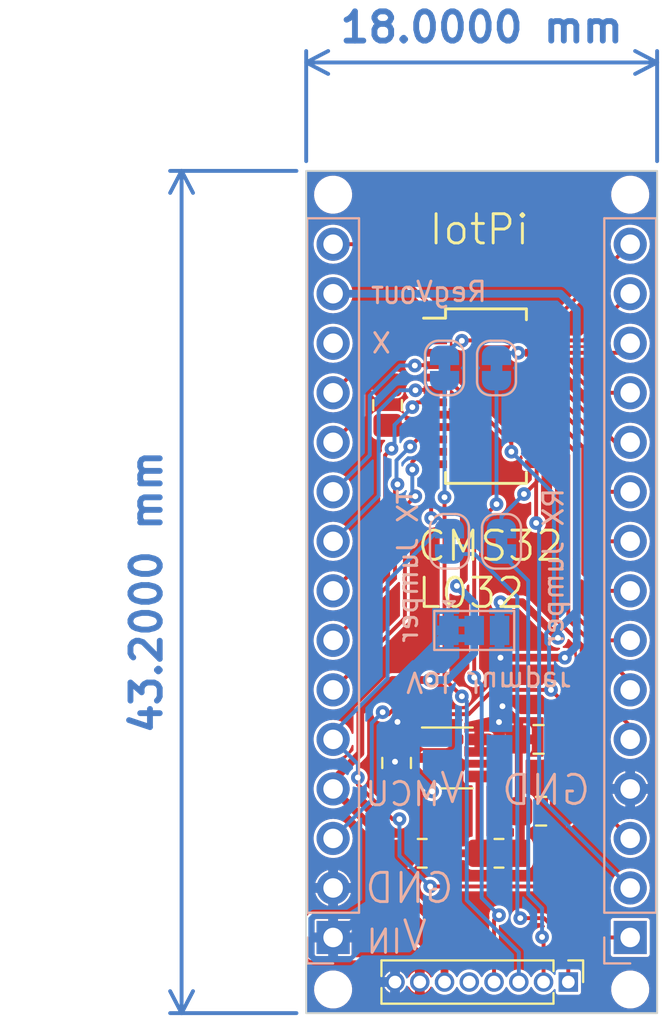
<source format=kicad_pcb>
(kicad_pcb (version 20221018) (generator pcbnew)
  (layers (0 "F.Cu" signal) (31 "B.Cu" signal) (34 "B.Paste" user) (35 "F.Paste" user) (36 "B.SilkS" user "B.Silkscreen") (37 "F.SilkS" user "F.Silkscreen") (38 "B.Mask" user) (39 "F.Mask" user) (44 "Edge.Cuts" user))
  (net 0 "")
  (net 1 "/MCU_V_{IN}")
  (net 2 "GND")
  (net 3 "/V_{IN}")
  (net 4 "Net-(U301-ADJ)")
  (net 5 "/CMS32L032GE24SS/MCU_PIN_1")
  (net 6 "/CMS32L032GE24SS/MCU_PIN_2")
  (net 7 "/CMS32L032GE24SS/MCU_PIN_3")
  (net 8 "/CMS32L032GE24SS/MCU_PIN_4")
  (net 9 "/CMS32L032GE24SS/MCU_PIN_6")
  (net 10 "/CMS32L032GE24SS/MCU_PIN_7")
  (net 11 "/CMS32L032GE24SS/MCU_PIN_10")
  (net 12 "/CMS32L032GE24SS/MCU_PIN_11")
  (net 13 "/CMS32L032GE24SS/MCU_PIN_14")
  (net 14 "/CMS32L032GE24SS/MCU_PIN_15")
  (net 15 "/CMS32L032GE24SS/MCU_PIN_16")
  (net 16 "/CMS32L032GE24SS/MCU_PIN_17")
  (net 17 "/CMS32L032GE24SS/MCU_PIN_18")
  (net 18 "/CMS32L032GE24SS/MCU_PIN_19")
  (net 19 "/CMS32L032GE24SS/MCU_PIN_20")
  (net 20 "/CMS32L032GE24SS/MCU_PIN_21")
  (net 21 "/CMS32L032GE24SS/MCU_PIN_22")
  (net 22 "/CMS32L032GE24SS/MCU_PIN_23")
  (net 23 "/CMS32L032GE24SS/MCU_PIN_24")
  (net 24 "/Regulator_V_{OUT}")
  (net 25 "/MCU_SWDCLK")
  (net 26 "/MCU_SWDIO")
  (net 27 "/UART_TX")
  (net 28 "/UART_RX")
  (net 29 "/MCU_SWO")
  (net 30 "/CMS32L032GE24SS/MCU_PIN_RESET")
  (net 31 "/CMS32L032GE24SS/MCU_PIN_13_UART_RX")
  (net 32 "/CMS32L032GE24SS/MCU_PIN_12_UART_TX")
  (footprint "Connector_PinHeader_1.27mm:PinHeader_1x08_P1.27mm_Vertical" (layer "F.Cu") (at 103.759 90.297 -90)
    (fp_text reference "J105" hide)
    (fp_text value "Connection to DAPLink Board" hide)
    (pad "1" thru_hole rect (at 0 0 270) (size 1 1) (drill 0.65) (layers "*.Cu" "*.Mask") (net 27 "/UART_TX"))
    (pad "2" thru_hole oval (at 0 1.27 270) (size 1 1) (drill 0.65) (layers "*.Cu" "*.Mask") (net 28 "/UART_RX"))
    (pad "3" thru_hole oval (at 0 2.54 270) (size 1 1) (drill 0.65) (layers "*.Cu" "*.Mask") (net 25 "/MCU_SWDCLK"))
    (pad "4" thru_hole oval (at 0 3.81 270) (size 1 1) (drill 0.65) (layers "*.Cu" "*.Mask") (net 26 "/MCU_SWDIO"))
    (pad "5" thru_hole oval (at 0 5.08 270) (size 1 1) (drill 0.65) (layers "*.Cu" "*.Mask") (net 29 "/MCU_SWO"))
    (pad "6" thru_hole oval (at 0 6.35 270) (size 1 1) (drill 0.65) (layers "*.Cu" "*.Mask") (net 1 "/MCU_V_{IN}"))
    (pad "7" thru_hole oval (at 0 7.62 270) (size 1 1) (drill 0.65) (layers "*.Cu" "*.Mask") (net 3 "/V_{IN}"))
    (pad "8" thru_hole oval (at 0 8.89 270) (size 1 1) (drill 0.65) (layers "*.Cu" "*.Mask") (net 2 "GND"))
  )
  (footprint "Capacitor_SMD:C_0805_2012Metric_Pad1.18x1.45mm_HandSolder" (layer "F.Cu") (at 102.362 81.534)
    (fp_text reference "C303" hide)
    (fp_text value "390pF" hide)
    (pad "1" smd roundrect (at -1.0375 0) (size 1.175 1.45) (layers "F.Cu" "F.Paste" "F.Mask") (roundrect_rratio 0.2127659574) (net 24 "/Regulator_V_{OUT}"))
    (pad "2" smd roundrect (at 1.0375 0) (size 1.175 1.45) (layers "F.Cu" "F.Paste" "F.Mask") (roundrect_rratio 0.2127659574) (net 2 "GND"))
  )
  (footprint "IotPi_ArduinoNanoMountingHoles:ArduinoNano_MountingHole" (layer "F.Cu") (at 106.934 49.911)
    (fp_text reference "H102" hide)
    (fp_text value "MountingHole" hide)
    (pad "" np_thru_hole circle locked (at 0 0) (size 1.651 1.651) (drill 1.651) (layers "F&B.Cu" "*.Mask"))
  )
  (footprint "Resistor_SMD:R_0805_2012Metric_Pad1.20x1.40mm_HandSolder" (layer "F.Cu") (at 100.203 83.693)
    (fp_text reference "R301" hide)
    (fp_text value "56K2" hide)
    (pad "1" smd roundrect (at -1 0) (size 1.2 1.4) (layers "F.Cu" "F.Paste" "F.Mask") (roundrect_rratio 0.2083333333) (net 4 "Net-(U301-ADJ)"))
    (pad "2" smd roundrect (at 1 0) (size 1.2 1.4) (layers "F.Cu" "F.Paste" "F.Mask") (roundrect_rratio 0.2083333333) (net 24 "/Regulator_V_{OUT}"))
  )
  (footprint "Resistor_SMD:R_0805_2012Metric_Pad1.20x1.40mm_HandSolder" (layer "F.Cu") (at 96.266 83.693 180)
    (fp_text reference "R302" hide)
    (fp_text value "18K" hide)
    (pad "1" smd roundrect (at -1 0 180) (size 1.2 1.4) (layers "F.Cu" "F.Paste" "F.Mask") (roundrect_rratio 0.2083333333) (net 4 "Net-(U301-ADJ)"))
    (pad "2" smd roundrect (at 1 0 180) (size 1.2 1.4) (layers "F.Cu" "F.Paste" "F.Mask") (roundrect_rratio 0.2083333333) (net 2 "GND"))
  )
  (footprint "Package_SO:SSOP-24_3.9x8.7mm_P0.635mm" (layer "F.Cu") (at 99.535 60.2435)
    (fp_text reference "U101" hide)
    (fp_text value "CMS32L032GE24SS" hide)
    (pad "1" smd rect (at -2.6 -3.4925) (size 1.2 0.4) (layers "F.Cu" "F.Paste" "F.Mask") (net 5 "/CMS32L032GE24SS/MCU_PIN_1"))
    (pad "2" smd rect (at -2.6 -2.8575) (size 1.2 0.4) (layers "F.Cu" "F.Paste" "F.Mask") (net 6 "/CMS32L032GE24SS/MCU_PIN_2"))
    (pad "3" smd rect (at -2.6 -2.2225) (size 1.2 0.4) (layers "F.Cu" "F.Paste" "F.Mask") (net 7 "/CMS32L032GE24SS/MCU_PIN_3"))
    (pad "4" smd rect (at -2.6 -1.5875) (size 1.2 0.4) (layers "F.Cu" "F.Paste" "F.Mask") (net 8 "/CMS32L032GE24SS/MCU_PIN_4"))
    (pad "5" smd rect (at -2.6 -0.9525) (size 1.2 0.4) (layers "F.Cu" "F.Paste" "F.Mask") (net 30 "/CMS32L032GE24SS/MCU_PIN_RESET"))
    (pad "6" smd rect (at -2.6 -0.3175) (size 1.2 0.4) (layers "F.Cu" "F.Paste" "F.Mask") (net 9 "/CMS32L032GE24SS/MCU_PIN_6"))
    (pad "7" smd rect (at -2.6 0.3175) (size 1.2 0.4) (layers "F.Cu" "F.Paste" "F.Mask") (net 10 "/CMS32L032GE24SS/MCU_PIN_7"))
    (pad "8" smd rect (at -2.6 0.9525) (size 1.2 0.4) (layers "F.Cu" "F.Paste" "F.Mask") (net 2 "GND"))
    (pad "9" smd rect (at -2.6 1.5875) (size 1.2 0.4) (layers "F.Cu" "F.Paste" "F.Mask") (net 1 "/MCU_V_{IN}"))
    (pad "10" smd rect (at -2.6 2.2225) (size 1.2 0.4) (layers "F.Cu" "F.Paste" "F.Mask") (net 11 "/CMS32L032GE24SS/MCU_PIN_10"))
    (pad "11" smd rect (at -2.6 2.8575) (size 1.2 0.4) (layers "F.Cu" "F.Paste" "F.Mask") (net 12 "/CMS32L032GE24SS/MCU_PIN_11"))
    (pad "12" smd rect (at -2.6 3.4925) (size 1.2 0.4) (layers "F.Cu" "F.Paste" "F.Mask") (net 32 "/CMS32L032GE24SS/MCU_PIN_12_UART_TX"))
    (pad "13" smd rect (at 2.6 3.4925) (size 1.2 0.4) (layers "F.Cu" "F.Paste" "F.Mask") (net 31 "/CMS32L032GE24SS/MCU_PIN_13_UART_RX"))
    (pad "14" smd rect (at 2.6 2.8575) (size 1.2 0.4) (layers "F.Cu" "F.Paste" "F.Mask") (net 13 "/CMS32L032GE24SS/MCU_PIN_14"))
    (pad "15" smd rect (at 2.6 2.2225) (size 1.2 0.4) (layers "F.Cu" "F.Paste" "F.Mask") (net 14 "/CMS32L032GE24SS/MCU_PIN_15"))
    (pad "16" smd rect (at 2.6 1.5875) (size 1.2 0.4) (layers "F.Cu" "F.Paste" "F.Mask") (net 15 "/CMS32L032GE24SS/MCU_PIN_16"))
    (pad "17" smd rect (at 2.6 0.9525) (size 1.2 0.4) (layers "F.Cu" "F.Paste" "F.Mask") (net 16 "/CMS32L032GE24SS/MCU_PIN_17"))
    (pad "18" smd rect (at 2.6 0.3175) (size 1.2 0.4) (layers "F.Cu" "F.Paste" "F.Mask") (net 17 "/CMS32L032GE24SS/MCU_PIN_18"))
    (pad "19" smd rect (at 2.6 -0.3175) (size 1.2 0.4) (layers "F.Cu" "F.Paste" "F.Mask") (net 18 "/CMS32L032GE24SS/MCU_PIN_19"))
    (pad "20" smd rect (at 2.6 -0.9525) (size 1.2 0.4) (layers "F.Cu" "F.Paste" "F.Mask") (net 19 "/CMS32L032GE24SS/MCU_PIN_20"))
    (pad "21" smd rect (at 2.6 -1.5875) (size 1.2 0.4) (layers "F.Cu" "F.Paste" "F.Mask") (net 20 "/CMS32L032GE24SS/MCU_PIN_21"))
    (pad "22" smd rect (at 2.6 -2.2225) (size 1.2 0.4) (layers "F.Cu" "F.Paste" "F.Mask") (net 21 "/CMS32L032GE24SS/MCU_PIN_22"))
    (pad "23" smd rect (at 2.6 -2.8575) (size 1.2 0.4) (layers "F.Cu" "F.Paste" "F.Mask") (net 22 "/CMS32L032GE24SS/MCU_PIN_23"))
    (pad "24" smd rect (at 2.6 -3.4925) (size 1.2 0.4) (layers "F.Cu" "F.Paste" "F.Mask") (net 23 "/CMS32L032GE24SS/MCU_PIN_24"))
  )
  (footprint "Capacitor_SMD:C_0805_2012Metric_Pad1.18x1.45mm_HandSolder" (layer "F.Cu") (at 94.488 60.706 90)
    (fp_text reference "C101" hide)
    (fp_text value "0.1uF" hide)
    (pad "1" smd roundrect (at -1.0375 0 90) (size 1.175 1.45) (layers "F.Cu" "F.Paste" "F.Mask") (roundrect_rratio 0.2127659574) (net 1 "/MCU_V_{IN}"))
    (pad "2" smd roundrect (at 1.0375 0 90) (size 1.175 1.45) (layers "F.Cu" "F.Paste" "F.Mask") (roundrect_rratio 0.2127659574) (net 2 "GND"))
  )
  (footprint "IotPi_ArduinoNanoMountingHoles:ArduinoNano_MountingHole" (layer "F.Cu") (at 91.694 49.911)
    (fp_text reference "H101" hide)
    (fp_text value "MountingHole" hide)
    (pad "" np_thru_hole circle locked (at 0 0) (size 1.651 1.651) (drill 1.651) (layers "F&B.Cu" "*.Mask"))
  )
  (footprint "IotPi_ArduinoNanoMountingHoles:ArduinoNano_MountingHole" (layer "F.Cu") (at 91.694 90.678)
    (fp_text reference "H103" hide)
    (fp_text value "MountingHole" hide)
    (pad "" np_thru_hole circle locked (at 0 0) (size 1.651 1.651) (drill 1.651) (layers "F&B.Cu" "*.Mask"))
  )
  (footprint "IotPi_ArduinoNanoMountingHoles:ArduinoNano_MountingHole" (layer "F.Cu") (at 106.934 90.678)
    (fp_text reference "H104" hide)
    (fp_text value "MountingHole" hide)
    (pad "" np_thru_hole circle locked (at 0 0) (size 1.651 1.651) (drill 1.651) (layers "F&B.Cu" "*.Mask"))
  )
  (footprint "Package_TO_SOT_SMD:SOT-23-5" (layer "F.Cu") (at 98.0535 78.802)
    (fp_text reference "U301" hide)
    (fp_text value "AP2127K-ADJ" hide)
    (pad "1" smd roundrect (at -1.1375 -0.95) (size 1.325 0.6) (layers "F.Cu" "F.Paste" "F.Mask") (net 3 "/V_{IN}"))
    (pad "2" smd roundrect (at -1.1375 0) (size 1.325 0.6) (layers "F.Cu" "F.Paste" "F.Mask") (net 2 "GND"))
    (pad "3" smd roundrect (at -1.1375 0.95) (size 1.325 0.6) (layers "F.Cu" "F.Paste" "F.Mask") (net 3 "/V_{IN}"))
    (pad "4" smd roundrect (at 1.1375 0.95) (size 1.325 0.6) (layers "F.Cu" "F.Paste" "F.Mask") (net 4 "Net-(U301-ADJ)"))
    (pad "5" smd roundrect (at 1.1375 -0.95) (size 1.325 0.6) (layers "F.Cu" "F.Paste" "F.Mask") (net 24 "/Regulator_V_{OUT}"))
  )
  (footprint "Capacitor_SMD:C_0805_2012Metric_Pad1.18x1.45mm_HandSolder" (layer "F.Cu") (at 94.951 79.059 -90)
    (fp_text reference "C301" hide)
    (fp_text value "1uF" hide)
    (pad "1" smd roundrect (at -1.0375 0 270) (size 1.175 1.45) (layers "F.Cu" "F.Paste" "F.Mask") (roundrect_rratio 0.2127659574) (net 3 "/V_{IN}"))
    (pad "2" smd roundrect (at 1.0375 0 270) (size 1.175 1.45) (layers "F.Cu" "F.Paste" "F.Mask") (roundrect_rratio 0.2127659574) (net 2 "GND"))
  )
  (footprint "Capacitor_SMD:C_0805_2012Metric_Pad1.18x1.45mm_HandSolder" (layer "F.Cu") (at 102.235 77.851)
    (fp_text reference "C302" hide)
    (fp_text value "1uF X5R or X7R MLCC" hide)
    (pad "1" smd roundrect (at -1.0375 0) (size 1.175 1.45) (layers "F.Cu" "F.Paste" "F.Mask") (roundrect_rratio 0.2127659574) (net 24 "/Regulator_V_{OUT}"))
    (pad "2" smd roundrect (at 1.0375 0) (size 1.175 1.45) (layers "F.Cu" "F.Paste" "F.Mask") (roundrect_rratio 0.2127659574) (net 2 "GND"))
  )
  (footprint "Jumper:SolderJumper-2_P1.3mm_Bridged_RoundedPad1.0x1.5mm" (layer "B.Cu") (at 100.33 67.691 -90)
    (fp_text reference "JP205" hide)
    (fp_text value "MCU UART RX Jumper" hide)
    (fp_poly (pts (xy 0.25 0.3) (xy -0.25 0.3) (xy -0.25 -0.3) (xy 0.25 -0.3)) (fill solid) (layer "B.Cu"))
    (pad "1" smd custom (at -0.65 0 270) (size 1 0.5) (layers "B.Cu" "B.Mask") (net 31 "/CMS32L032GE24SS/MCU_PIN_13_UART_RX") (options (clearance outline) (anchor rect)) (primitives (gr_circle (center 0 -0.25) (end 0.5 -0.25) (width 0) (fill yes)) (gr_circle (center 0 0.25) (end 0.5 0.25) (width 0) (fill yes)) (gr_poly (pts (xy 0.5 -0.75) (xy 0 -0.75) (xy 0 0.75) (xy 0.5 0.75)) (width 0) (fill yes))))
    (pad "2" smd custom (at 0.65 0 270) (size 1 0.5) (layers "B.Cu" "B.Mask") (net 28 "/UART_RX") (options (clearance outline) (anchor rect)) (primitives (gr_circle (center 0 -0.25) (end 0.5 -0.25) (width 0) (fill yes)) (gr_circle (center 0 0.25) (end 0.5 0.25) (width 0) (fill yes)) (gr_poly (pts (xy 0 -0.75) (xy -0.5 -0.75) (xy -0.5 0.75) (xy 0 0.75)) (width 0) (fill yes))))
  )
  (footprint "Connector_PinHeader_2.54mm:PinHeader_1x15_P2.54mm_Vertical" (layer "B.Cu") (at 106.934 88.011)
    (fp_text reference "J101" hide)
    (fp_text value "MCU Right Side" hide)
    (pad "1" thru_hole rect locked (at 0 0) (size 1.7 1.7) (drill 1) (layers "*.Cu" "*.Mask") (net 32 "/CMS32L032GE24SS/MCU_PIN_12_UART_TX"))
    (pad "2" thru_hole oval locked (at 0 -2.54) (size 1.7 1.7) (drill 1) (layers "*.Cu" "*.Mask") (net 31 "/CMS32L032GE24SS/MCU_PIN_13_UART_RX"))
    (pad "3" thru_hole oval locked (at 0 -5.08) (size 1.7 1.7) (drill 1) (layers "*.Cu" "*.Mask") (net 30 "/CMS32L032GE24SS/MCU_PIN_RESET"))
    (pad "4" thru_hole oval locked (at 0 -7.62) (size 1.7 1.7) (drill 1) (layers "*.Cu" "*.Mask") (net 2 "GND"))
    (pad "5" thru_hole oval locked (at 0 -10.16) (size 1.7 1.7) (drill 1) (layers "*.Cu" "*.Mask") (net 13 "/CMS32L032GE24SS/MCU_PIN_14"))
    (pad "6" thru_hole oval locked (at 0 -12.7) (size 1.7 1.7) (drill 1) (layers "*.Cu" "*.Mask") (net 14 "/CMS32L032GE24SS/MCU_PIN_15"))
    (pad "7" thru_hole oval locked (at 0 -15.24) (size 1.7 1.7) (drill 1) (layers "*.Cu" "*.Mask") (net 15 "/CMS32L032GE24SS/MCU_PIN_16"))
    (pad "8" thru_hole oval locked (at 0 -17.78) (size 1.7 1.7) (drill 1) (layers "*.Cu" "*.Mask") (net 16 "/CMS32L032GE24SS/MCU_PIN_17"))
    (pad "9" thru_hole oval locked (at 0 -20.32) (size 1.7 1.7) (drill 1) (layers "*.Cu" "*.Mask") (net 17 "/CMS32L032GE24SS/MCU_PIN_18"))
    (pad "10" thru_hole oval locked (at 0 -22.86) (size 1.7 1.7) (drill 1) (layers "*.Cu" "*.Mask") (net 18 "/CMS32L032GE24SS/MCU_PIN_19"))
    (pad "11" thru_hole oval locked (at 0 -25.4) (size 1.7 1.7) (drill 1) (layers "*.Cu" "*.Mask") (net 19 "/CMS32L032GE24SS/MCU_PIN_20"))
    (pad "12" thru_hole oval locked (at 0 -27.94) (size 1.7 1.7) (drill 1) (layers "*.Cu" "*.Mask") (net 20 "/CMS32L032GE24SS/MCU_PIN_21"))
    (pad "13" thru_hole oval locked (at 0 -30.48) (size 1.7 1.7) (drill 1) (layers "*.Cu" "*.Mask") (net 21 "/CMS32L032GE24SS/MCU_PIN_22"))
    (pad "14" thru_hole oval locked (at 0 -33.02) (size 1.7 1.7) (drill 1) (layers "*.Cu" "*.Mask") (net 22 "/CMS32L032GE24SS/MCU_PIN_23"))
    (pad "15" thru_hole oval locked (at 0 -35.56) (size 1.7 1.7) (drill 1) (layers "*.Cu" "*.Mask") (net 23 "/CMS32L032GE24SS/MCU_PIN_24"))
  )
  (footprint "Jumper:SolderJumper-2_P1.3mm_Bridged_RoundedPad1.0x1.5mm" (layer "B.Cu") (at 100.076 58.801 -90)
    (fp_text reference "JP202" hide)
    (fp_text value "SWDIO Jumper" hide)
    (fp_poly (pts (xy 0.25 0.3) (xy -0.25 0.3) (xy -0.25 -0.3) (xy 0.25 -0.3)) (fill solid) (layer "B.Cu"))
    (pad "1" smd custom (at -0.65 0 270) (size 1 0.5) (layers "B.Cu" "B.Mask") (net 21 "/CMS32L032GE24SS/MCU_PIN_22") (options (clearance outline) (anchor rect)) (primitives (gr_circle (center 0 -0.25) (end 0.5 -0.25) (width 0) (fill yes)) (gr_circle (center 0 0.25) (end 0.5 0.25) (width 0) (fill yes)) (gr_poly (pts (xy 0.5 -0.75) (xy 0 -0.75) (xy 0 0.75) (xy 0.5 0.75)) (width 0) (fill yes))))
    (pad "2" smd custom (at 0.65 0 270) (size 1 0.5) (layers "B.Cu" "B.Mask") (net 26 "/MCU_SWDIO") (options (clearance outline) (anchor rect)) (primitives (gr_circle (center 0 -0.25) (end 0.5 -0.25) (width 0) (fill yes)) (gr_circle (center 0 0.25) (end 0.5 0.25) (width 0) (fill yes)) (gr_poly (pts (xy 0 -0.75) (xy -0.5 -0.75) (xy -0.5 0.75) (xy 0 0.75)) (width 0) (fill yes))))
  )
  (footprint "Connector_PinHeader_2.54mm:PinHeader_1x15_P2.54mm_Vertical" (layer "B.Cu") (at 91.694 88.011)
    (fp_text reference "J102" hide)
    (fp_text value "MCU Left Side" hide)
    (pad "1" thru_hole rect locked (at 0 0) (size 1.7 1.7) (drill 1) (layers "*.Cu" "*.Mask") (net 3 "/V_{IN}"))
    (pad "2" thru_hole oval locked (at 0 -2.54) (size 1.7 1.7) (drill 1) (layers "*.Cu" "*.Mask") (net 2 "GND"))
    (pad "3" thru_hole oval locked (at 0 -5.08) (size 1.7 1.7) (drill 1) (layers "*.Cu" "*.Mask") (net 30 "/CMS32L032GE24SS/MCU_PIN_RESET"))
    (pad "4" thru_hole oval locked (at 0 -7.62) (size 1.7 1.7) (drill 1) (layers "*.Cu" "*.Mask") (net 1 "/MCU_V_{IN}"))
    (pad "5" thru_hole oval locked (at 0 -10.16) (size 1.7 1.7) (drill 1) (layers "*.Cu" "*.Mask") (net 32 "/CMS32L032GE24SS/MCU_PIN_12_UART_TX"))
    (pad "6" thru_hole oval locked (at 0 -12.7) (size 1.7 1.7) (drill 1) (layers "*.Cu" "*.Mask") (net 12 "/CMS32L032GE24SS/MCU_PIN_11"))
    (pad "7" thru_hole oval locked (at 0 -15.24) (size 1.7 1.7) (drill 1) (layers "*.Cu" "*.Mask") (net 11 "/CMS32L032GE24SS/MCU_PIN_10"))
    (pad "8" thru_hole oval locked (at 0 -17.78) (size 1.7 1.7) (drill 1) (layers "*.Cu" "*.Mask") (net 10 "/CMS32L032GE24SS/MCU_PIN_7"))
    (pad "9" thru_hole oval locked (at 0 -20.32) (size 1.7 1.7) (drill 1) (layers "*.Cu" "*.Mask") (net 9 "/CMS32L032GE24SS/MCU_PIN_6"))
    (pad "10" thru_hole oval locked (at 0 -22.86) (size 1.7 1.7) (drill 1) (layers "*.Cu" "*.Mask") (net 8 "/CMS32L032GE24SS/MCU_PIN_4"))
    (pad "11" thru_hole oval locked (at 0 -25.4) (size 1.7 1.7) (drill 1) (layers "*.Cu" "*.Mask") (net 7 "/CMS32L032GE24SS/MCU_PIN_3"))
    (pad "12" thru_hole oval locked (at 0 -27.94) (size 1.7 1.7) (drill 1) (layers "*.Cu" "*.Mask") (net 6 "/CMS32L032GE24SS/MCU_PIN_2"))
    (pad "13" thru_hole oval locked (at 0 -30.48) (size 1.7 1.7) (drill 1) (layers "*.Cu" "*.Mask"))
    (pad "14" thru_hole oval locked (at 0 -33.02) (size 1.7 1.7) (drill 1) (layers "*.Cu" "*.Mask") (net 24 "/Regulator_V_{OUT}"))
    (pad "15" thru_hole oval locked (at 0 -35.56) (size 1.7 1.7) (drill 1) (layers "*.Cu" "*.Mask") (net 5 "/CMS32L032GE24SS/MCU_PIN_1"))
  )
  (footprint "Jumper:SolderJumper-2_P1.3mm_Bridged_RoundedPad1.0x1.5mm" (layer "B.Cu") (at 97.663 67.691 -90)
    (fp_text reference "JP204" hide)
    (fp_text value "MCU UART TX Jumper" hide)
    (fp_poly (pts (xy 0.25 0.3) (xy -0.25 0.3) (xy -0.25 -0.3) (xy 0.25 -0.3)) (fill solid) (layer "B.Cu"))
    (pad "1" smd custom (at -0.65 0 270) (size 1 0.5) (layers "B.Cu" "B.Mask") (net 32 "/CMS32L032GE24SS/MCU_PIN_12_UART_TX") (options (clearance outline) (anchor rect)) (primitives (gr_circle (center 0 -0.25) (end 0.5 -0.25) (width 0) (fill yes)) (gr_circle (center 0 0.25) (end 0.5 0.25) (width 0) (fill yes)) (gr_poly (pts (xy 0.5 -0.75) (xy 0 -0.75) (xy 0 0.75) (xy 0.5 0.75)) (width 0) (fill yes))))
    (pad "2" smd custom (at 0.65 0 270) (size 1 0.5) (layers "B.Cu" "B.Mask") (net 27 "/UART_TX") (options (clearance outline) (anchor rect)) (primitives (gr_circle (center 0 -0.25) (end 0.5 -0.25) (width 0) (fill yes)) (gr_circle (center 0 0.25) (end 0.5 0.25) (width 0) (fill yes)) (gr_poly (pts (xy 0 -0.75) (xy -0.5 -0.75) (xy -0.5 0.75) (xy 0 0.75)) (width 0) (fill yes))))
  )
  (footprint "Jumper:SolderJumper-3_P1.3mm_Bridged2Bar12_Pad1.0x1.5mm" (layer "B.Cu") (at 98.933 72.263)
    (fp_text reference "JP101" hide)
    (fp_text value "V_{IN} Jumper" hide)
    (fp_poly (pts (xy -0.9 -0.2) (xy -0.4 -0.2) (xy -0.4 -0.6) (xy -0.9 -0.6)) (fill solid) (layer "B.Cu"))
    (fp_poly (pts (xy -0.9 0.6) (xy -0.4 0.6) (xy -0.4 0.2) (xy -0.9 0.2)) (fill solid) (layer "B.Cu"))
    (pad "1" smd rect (at -1.3 0) (size 1 1.5) (layers "B.Cu" "B.Mask") (net 3 "/V_{IN}"))
    (pad "2" smd rect (at 0 0) (size 1 1.5) (layers "B.Cu" "B.Mask") (net 1 "/MCU_V_{IN}"))
    (pad "3" smd rect (at 1.3 0) (size 1 1.5) (layers "B.Cu" "B.Mask") (net 24 "/Regulator_V_{OUT}"))
  )
  (footprint "Jumper:SolderJumper-2_P1.3mm_Bridged_RoundedPad1.0x1.5mm" (layer "B.Cu") (at 97.409 58.801 -90)
    (fp_text reference "JP201" hide)
    (fp_text value "SWDCLK Jumper" hide)
    (fp_poly (pts (xy 0.25 0.3) (xy -0.25 0.3) (xy -0.25 -0.3) (xy 0.25 -0.3)) (fill solid) (layer "B.Cu"))
    (pad "1" smd custom (at -0.65 0 270) (size 1 0.5) (layers "B.Cu" "B.Mask") (net 22 "/CMS32L032GE24SS/MCU_PIN_23") (options (clearance outline) (anchor rect)) (primitives (gr_circle (center 0 -0.25) (end 0.5 -0.25) (width 0) (fill yes)) (gr_circle (center 0 0.25) (end 0.5 0.25) (width 0) (fill yes)) (gr_poly (pts (xy 0.5 -0.75) (xy 0 -0.75) (xy 0 0.75) (xy 0.5 0.75)) (width 0) (fill yes))))
    (pad "2" smd custom (at 0.65 0 270) (size 1 0.5) (layers "B.Cu" "B.Mask") (net 25 "/MCU_SWDCLK") (options (clearance outline) (anchor rect)) (primitives (gr_circle (center 0 -0.25) (end 0.5 -0.25) (width 0) (fill yes)) (gr_circle (center 0 0.25) (end 0.5 0.25) (width 0) (fill yes)) (gr_poly (pts (xy 0 -0.75) (xy -0.5 -0.75) (xy -0.5 0.75) (xy 0 0.75)) (width 0) (fill yes))))
  )
  (gr_rect locked (start 90.314 48.691) (end 108.314 91.891) (stroke (width 0.1)) (fill none) (layer "Edge.Cuts"))
  (gr_text "GND" (at 105.0036 81.3308) (layer "B.SilkS") (effects (font (size 1.5 1.5)) (justify left bottom mirror)))
  (gr_text "GND" (at 97.9932 86.36) (layer "B.SilkS") (effects (font (size 1.5 1.5)) (justify left bottom mirror)))
  (gr_text "X" (at 94.742 58.1152) (layer "B.SilkS") (effects (font (size 1 1)) (justify left bottom mirror)))
  (gr_text "RX Jumper" (at 103.5812 64.8716 90) (layer "B.SilkS") (effects (font (size 1 1)) (justify left bottom mirror)))
  (gr_text "Vol Jumper" (at 95.3516 74.3204 180) (layer "B.SilkS") (effects (font (size 1 1)) (justify left bottom mirror)))
  (gr_text "RegV_{OUT}" (at 99.6696 55.4736) (layer "B.SilkS") (effects (font (size 1 1)) (justify left bottom mirror)))
  (gr_text "TX Jumper" (at 96.1136 64.9224 90) (layer "B.SilkS") (effects (font (size 1 1)) (justify left bottom mirror)))
  (gr_text "V_{MCU}" (at 98.552 81.2292) (layer "B.SilkS") (effects (font (size 1.5 1.5)) (justify left bottom mirror)))
  (gr_text "V_{IN}" (at 96.6216 88.7984) (layer "B.SilkS") (effects (font (size 1.5 1.5)) (justify left bottom mirror)))
  (gr_text "CMS32\nL032" (at 95.9104 71.2216) (layer "F.SilkS") (effects (font (size 1.5 1.5)) (justify left bottom)))
  (gr_text "IotPi" (at 96.52 52.578) (layer "F.SilkS") (effects (font (size 1.5 1.5)) (justify left bottom)))
  (dimension (type aligned) (layer "B.Cu") (pts (xy 90.314 91.891) (xy 90.314 48.691)) (height -6.3924) (gr_text "43.2000 mm" (at 82.1216 70.291 90) (layer "B.Cu") (effects (font (size 1.5 1.5) (thickness 0.3)))) (format (prefix "") (suffix "") (units 3) (units_format 1) (precision 4)) (style (thickness 0.2) (arrow_length 1.27) (text_position_mode 0) (extension_height 0.58642) (extension_offset 0.5) keep_text_aligned))
  (dimension (type aligned) (layer "B.Cu") (pts (xy 90.314 48.691) (xy 108.314 48.691)) (height -5.5618) (gr_text "18.0000 mm" (at 99.314 41.3292) (layer "B.Cu") (effects (font (size 1.5 1.5) (thickness 0.3)))) (format (prefix "") (suffix "") (units 3) (units_format 1) (precision 4)) (style (thickness 0.2) (arrow_length 1.27) (text_position_mode 0) (extension_height 0.58642) (extension_offset 0.5) keep_text_aligned))
  (segment (start 98.3996 62.4226) (end 97.808 61.831) (width 0.4) (layer "F.Cu") (net 1))
  (segment (start 98.3996 69.6214) (end 98.3996 62.4226) (width 0.4) (layer "F.Cu") (net 1))
  (segment (start 94.742 74.803) (end 93.091 76.454) (width 0.4) (layer "F.Cu") (net 1))
  (segment (start 91.694 80.391) (end 93.853 82.55) (width 0.4) (layer "F.Cu") (net 1))
  (segment (start 91.694 79.9592) (end 91.694 80.391) (width 0.4) (layer "F.Cu") (net 1))
  (segment (start 93.091 78.5622) (end 91.694 79.9592) (width 0.4) (layer "F.Cu") (net 1))
  (segment (start 93.091 76.454) (end 93.091 78.5622) (width 0.4) (layer "F.Cu") (net 1))
  (segment (start 98.044 69.977) (end 98.3996 69.6214) (width 0.4) (layer "F.Cu") (net 1))
  (segment (start 97.409 87.757) (end 97.409 90.297) (width 0.4) (layer "F.Cu") (net 1))
  (segment (start 96.935 61.831) (end 94.5755 61.831) (width 0.4) (layer "F.Cu") (net 1))
  (segment (start 96.647 74.803) (end 94.742 74.803) (width 0.4) (layer "F.Cu") (net 1))
  (segment (start 93.853 82.55) (end 93.853 84.201) (width 0.4) (layer "F.Cu") (net 1))
  (segment (start 97.808 61.831) (end 96.935 61.831) (width 0.4) (layer "F.Cu") (net 1))
  (segment (start 93.853 84.201) (end 97.409 87.757) (width 0.4) (layer "F.Cu") (net 1))
  (segment (start 94.5755 61.831) (end 94.488 61.7435) (width 0.4) (layer "F.Cu") (net 1))
  (via (at 98.044 69.977) (size 0.7) (drill 0.3) (layers "F.Cu" "B.Cu") (net 1))
  (via (at 96.647 74.803) (size 0.7) (drill 0.3) (layers "F.Cu" "B.Cu") (net 1))
  (segment (start 98.933 70.866) (end 98.933 72.263) (width 0.4) (layer "B.Cu") (net 1))
  (segment (start 98.933 72.263) (end 98.933 73.413) (width 0.4) (layer "B.Cu") (net 1))
  (segment (start 97.543 74.803) (end 96.647 74.803) (width 0.4) (layer "B.Cu") (net 1))
  (segment (start 98.933 73.413) (end 97.543 74.803) (width 0.4) (layer "B.Cu") (net 1))
  (segment (start 98.044 69.977) (end 98.933 70.866) (width 0.4) (layer "B.Cu") (net 1))
  (segment (start 95.1205 77.852) (end 94.951 78.0215) (width 0.4) (layer "F.Cu") (net 3))
  (segment (start 96.774 79.894) (end 96.916 79.752) (width 0.4) (layer "F.Cu") (net 3))
  (segment (start 94.951 78.3902) (end 94.951 78.0215) (width 0.4) (layer "F.Cu") (net 3))
  (segment (start 91.694 88.011) (end 95.123 88.011) (width 0.4) (layer "F.Cu") (net 3))
  (segment (start 96.774 80.518) (end 96.774 79.894) (width 0.4) (layer "F.Cu") (net 3))
  (segment (start 96.916 77.852) (end 95.1205 77.852) (width 0.4) (layer "F.Cu") (net 3))
  (segment (start 94.951 78.0215) (end 94.951 78.912) (width 0.4) (layer "F.Cu") (net 3))
  (segment (start 94.996 76.9535) (end 94.951 76.9985) (width 0.4) (layer "F.Cu") (net 3))
  (segment (start 95.123 88.011) (end 96.139 89.027) (width 0.4) (layer "F.Cu") (net 3))
  (segment (start 94.951 78.912) (end 94.869 78.994) (width 0.4) (layer "F.Cu") (net 3))
  (segment (start 96.3128 79.752) (end 94.951 78.3902) (width 0.4) (layer "F.Cu") (net 3))
  (segment (start 96.139 89.027) (end 96.139 90.297) (width 0.4) (layer "F.Cu") (net 3))
  (segment (start 96.916 79.752) (end 96.3128 79.752) (width 0.4) (layer "F.Cu") (net 3))
  (segment (start 94.951 76.9985) (end 94.951 78.0215) (width 0.4) (layer "F.Cu") (net 3))
  (via (at 94.869 78.994) (size 0.7) (drill 0.3) (layers "F.Cu" "B.Cu") (net 3))
  (via (at 94.996 76.9535) (size 0.7) (drill 0.3) (layers "F.Cu" "B.Cu") (net 3))
  (via (at 96.774 80.518) (size 0.7) (drill 0.3) (layers "F.Cu" "B.Cu") (net 3))
  (segment (start 94.996 74.9) (end 97.633 72.263) (width 0.4) (layer "B.Cu") (net 3))
  (segment (start 91.948 88.011) (end 94.2848 85.6742) (width 0.4) (layer "B.Cu") (net 3))
  (segment (start 94.869 78.994) (end 95.25 78.994) (width 0.4) (layer "B.Cu") (net 3))
  (segment (start 94.996 76.9535) (end 94.996 74.9) (width 0.4) (layer "B.Cu") (net 3))
  (segment (start 94.2848 79.2988) (end 94.5896 78.994) (width 0.4) (layer "B.Cu") (net 3))
  (segment (start 94.2848 85.6742) (end 94.2848 79.2988) (width 0.4) (layer "B.Cu") (net 3))
  (segment (start 94.5896 78.994) (end 94.869 78.994) (width 0.4) (layer "B.Cu") (net 3))
  (segment (start 95.25 78.994) (end 96.774 80.518) (width 0.4) (layer "B.Cu") (net 3))
  (segment (start 91.694 88.011) (end 91.948 88.011) (width 0.4) (layer "B.Cu") (net 3))
  (segment (start 99.203 83.693) (end 99.203 79.764) (width 0.4) (layer "F.Cu") (net 4))
  (segment (start 99.203 79.764) (end 99.191 79.752) (width 0.4) (layer "F.Cu") (net 4))
  (segment (start 99.203 83.693) (end 97.266 83.693) (width 0.4) (layer "F.Cu") (net 4))
  (segment (start 96.935 56.751) (end 96.935 55.8378) (width 0.2) (layer "F.Cu") (net 5))
  (segment (start 96.935 55.8378) (end 93.5482 52.451) (width 0.2) (layer "F.Cu") (net 5))
  (segment (start 93.5482 52.451) (end 91.694 52.451) (width 0.2) (layer "F.Cu") (net 5))
  (segment (start 94.379 57.386) (end 91.694 60.071) (width 0.2) (layer "F.Cu") (net 6))
  (segment (start 96.935 57.386) (end 94.379 57.386) (width 0.2) (layer "F.Cu") (net 6))
  (segment (start 94.3282 58.021) (end 93.091 59.2582) (width 0.2) (layer "F.Cu") (net 7))
  (segment (start 96.935 58.021) (end 94.3282 58.021) (width 0.2) (layer "F.Cu") (net 7))
  (segment (start 93.091 61.214) (end 91.694 62.611) (width 0.2) (layer "F.Cu") (net 7))
  (segment (start 93.091 59.2582) (end 93.091 61.214) (width 0.2) (layer "F.Cu") (net 7))
  (segment (start 95.903 58.656) (end 95.885 58.674) (width 0.2) (layer "F.Cu") (net 8))
  (segment (start 96.935 58.656) (end 95.903 58.656) (width 0.2) (layer "F.Cu") (net 8))
  (via (at 95.885 58.674) (size 0.7) (drill 0.3) (layers "F.Cu" "B.Cu") (net 8))
  (segment (start 95.123 58.674) (end 93.5736 60.2234) (width 0.2) (layer "B.Cu") (net 8))
  (segment (start 93.5736 63.2714) (end 91.694 65.151) (width 0.2) (layer "B.Cu") (net 8))
  (segment (start 95.885 58.674) (end 95.123 58.674) (width 0.2) (layer "B.Cu") (net 8))
  (segment (start 93.5736 60.2234) (end 93.5736 63.2714) (width 0.2) (layer "B.Cu") (net 8))
  (segment (start 95.9165 59.944) (end 95.9345 59.926) (width 0.2) (layer "F.Cu") (net 9))
  (segment (start 95.9345 59.926) (end 96.935 59.926) (width 0.2) (layer "F.Cu") (net 9))
  (via (at 95.9165 59.944) (size 0.7) (drill 0.3) (layers "F.Cu" "B.Cu") (net 9))
  (segment (start 95.0976 59.944) (end 94.0308 61.0108) (width 0.2) (layer "B.Cu") (net 9))
  (segment (start 94.0308 61.0108) (end 94.0308 65.3542) (width 0.2) (layer "B.Cu") (net 9))
  (segment (start 95.9165 59.944) (end 95.0976 59.944) (width 0.2) (layer "B.Cu") (net 9))
  (segment (start 94.0308 65.3542) (end 91.694 67.691) (width 0.2) (layer "B.Cu") (net 9))
  (segment (start 94.361 67.564) (end 91.694 70.231) (width 0.2) (layer "F.Cu") (net 10))
  (segment (start 94.6912 62.9412) (end 94.361 63.2714) (width 0.2) (layer "F.Cu") (net 10))
  (segment (start 95.758 60.8076) (end 96.0046 60.561) (width 0.2) (layer "F.Cu") (net 10))
  (segment (start 96.0046 60.561) (end 96.935 60.561) (width 0.2) (layer "F.Cu") (net 10))
  (segment (start 94.361 63.2714) (end 94.361 67.564) (width 0.2) (layer "F.Cu") (net 10))
  (via (at 94.6912 62.9412) (size 0.7) (drill 0.3) (layers "F.Cu" "B.Cu") (net 10))
  (via (at 95.758 60.8076) (size 0.7) (drill 0.3) (layers "F.Cu" "B.Cu") (net 10))
  (segment (start 94.8436 61.722) (end 94.8436 62.7888) (width 0.2) (layer "B.Cu") (net 10))
  (segment (start 95.758 60.8076) (end 94.8436 61.722) (width 0.2) (layer "B.Cu") (net 10))
  (segment (start 94.8436 62.7888) (end 94.6912 62.9412) (width 0.2) (layer "B.Cu") (net 10))
  (segment (start 94.996 64.77) (end 94.869 64.897) (width 0.2) (layer "F.Cu") (net 11))
  (segment (start 95.648864 62.832064) (end 96.014928 62.466) (width 0.2) (layer "F.Cu") (net 11))
  (segment (start 96.014928 62.466) (end 96.935 62.466) (width 0.2) (layer "F.Cu") (net 11))
  (segment (start 94.869 64.897) (end 94.869 69.596) (width 0.2) (layer "F.Cu") (net 11))
  (segment (start 94.869 69.596) (end 91.694 72.771) (width 0.2) (layer "F.Cu") (net 11))
  (via (at 94.996 64.77) (size 0.7) (drill 0.3) (layers "F.Cu" "B.Cu") (net 11))
  (via (at 95.648864 62.832064) (size 0.7) (drill 0.3) (layers "F.Cu" "B.Cu") (net 11))
  (segment (start 95.648864 62.832064) (end 94.9452 63.535729) (width 0.2) (layer "B.Cu") (net 11))
  (segment (start 94.9452 64.7192) (end 94.996 64.77) (width 0.2) (layer "B.Cu") (net 11))
  (segment (start 94.9452 63.535729) (end 94.9452 64.7192) (width 0.2) (layer "B.Cu") (net 11))
  (segment (start 95.9104 65.3796) (end 95.377 65.913) (width 0.2) (layer "F.Cu") (net 12))
  (segment (start 95.758 63.613) (end 96.27 63.101) (width 0.2) (layer "F.Cu") (net 12))
  (segment (start 95.377 71.628) (end 91.694 75.311) (width 0.2) (layer "F.Cu") (net 12))
  (segment (start 95.758 64.008) (end 95.758 63.613) (width 0.2) (layer "F.Cu") (net 12))
  (segment (start 95.377 65.913) (end 95.377 71.628) (width 0.2) (layer "F.Cu") (net 12))
  (segment (start 96.27 63.101) (end 96.935 63.101) (width 0.2) (layer "F.Cu") (net 12))
  (via (at 95.758 64.008) (size 0.7) (drill 0.3) (layers "F.Cu" "B.Cu") (net 12))
  (via (at 95.9104 65.3796) (size 0.7) (drill 0.3) (layers "F.Cu" "B.Cu") (net 12))
  (segment (start 95.758 64.008) (end 95.758 65.2272) (width 0.2) (layer "B.Cu") (net 12))
  (segment (start 95.758 65.2272) (end 95.9104 65.3796) (width 0.2) (layer "B.Cu") (net 12))
  (segment (start 103.1748 71.7296) (end 104.4448 72.9996) (width 0.2) (layer "F.Cu") (net 13))
  (segment (start 104.4448 72.9996) (end 104.4448 74.676) (width 0.2) (layer "F.Cu") (net 13))
  (segment (start 104.4448 74.676) (end 106.934 77.1652) (width 0.2) (layer "F.Cu") (net 13))
  (segment (start 102.7 63.101) (end 103.1748 63.5758) (width 0.2) (layer "F.Cu") (net 13))
  (segment (start 106.934 77.1652) (end 106.934 77.851) (width 0.2) (layer "F.Cu") (net 13))
  (segment (start 102.135 63.101) (end 102.7 63.101) (width 0.2) (layer "F.Cu") (net 13))
  (segment (start 103.1748 63.5758) (end 103.1748 71.7296) (width 0.2) (layer "F.Cu") (net 13))
  (segment (start 106.934 74.8792) (end 106.934 75.311) (width 0.2) (layer "F.Cu") (net 14))
  (segment (start 103.759 71.7042) (end 106.934 74.8792) (width 0.2) (layer "F.Cu") (net 14))
  (segment (start 102.135 62.466) (end 102.935 62.466) (width 0.2) (layer "F.Cu") (net 14))
  (segment (start 102.935 62.466) (end 103.759 63.29) (width 0.2) (layer "F.Cu") (net 14))
  (segment (start 103.759 63.29) (end 103.759 71.7042) (width 0.2) (layer "F.Cu") (net 14))
  (segment (start 102.852 61.831) (end 104.14 63.119) (width 0.2) (layer "F.Cu") (net 15))
  (segment (start 102.135 61.831) (end 102.852 61.831) (width 0.2) (layer "F.Cu") (net 15))
  (segment (start 104.14 63.119) (end 104.14 71.501) (width 0.2) (layer "F.Cu") (net 15))
  (segment (start 105.41 72.771) (end 106.934 72.771) (width 0.2) (layer "F.Cu") (net 15))
  (segment (start 104.14 71.501) (end 105.41 72.771) (width 0.2) (layer "F.Cu") (net 15))
  (segment (start 102.135 61.196) (end 102.852 61.196) (width 0.2) (layer "F.Cu") (net 16))
  (segment (start 102.852 61.196) (end 104.521 62.865) (width 0.2) (layer "F.Cu") (net 16))
  (segment (start 104.521 62.865) (end 104.521 69.342) (width 0.2) (layer "F.Cu") (net 16))
  (segment (start 104.521 69.342) (end 105.41 70.231) (width 0.2) (layer "F.Cu") (net 16))
  (segment (start 105.41 70.231) (end 106.934 70.231) (width 0.2) (layer "F.Cu") (net 16))
  (segment (start 102.135 60.561) (end 102.935 60.561) (width 0.2) (layer "F.Cu") (net 17))
  (segment (start 104.902 66.929) (end 105.664 67.691) (width 0.2) (layer "F.Cu") (net 17))
  (segment (start 104.902 62.528) (end 104.902 66.929) (width 0.2) (layer "F.Cu") (net 17))
  (segment (start 102.935 60.561) (end 104.902 62.528) (width 0.2) (layer "F.Cu") (net 17))
  (segment (start 105.664 67.691) (end 106.934 67.691) (width 0.2) (layer "F.Cu") (net 17))
  (segment (start 102.135 59.926) (end 102.852 59.926) (width 0.2) (layer "F.Cu") (net 18))
  (segment (start 105.283 64.516) (end 105.918 65.151) (width 0.2) (layer "F.Cu") (net 18))
  (segment (start 105.283 62.357) (end 105.283 64.516) (width 0.2) (layer "F.Cu") (net 18))
  (segment (start 102.852 59.926) (end 105.283 62.357) (width 0.2) (layer "F.Cu") (net 18))
  (segment (start 105.918 65.151) (end 106.934 65.151) (width 0.2) (layer "F.Cu") (net 18))
  (segment (start 102.135 59.291) (end 102.852 59.291) (width 0.2) (layer "F.Cu") (net 19))
  (segment (start 106.172 62.611) (end 106.934 62.611) (width 0.2) (layer "F.Cu") (net 19))
  (segment (start 102.852 59.291) (end 106.172 62.611) (width 0.2) (layer "F.Cu") (net 19))
  (segment (start 105.029 60.071) (end 106.934 60.071) (width 0.2) (layer "F.Cu") (net 20))
  (segment (start 103.614 58.656) (end 105.029 60.071) (width 0.2) (layer "F.Cu") (net 20))
  (segment (start 102.135 58.656) (end 103.614 58.656) (width 0.2) (layer "F.Cu") (net 20))
  (segment (start 101.1936 58.021) (end 102.135 58.021) (width 0.2) (layer "F.Cu") (net 21))
  (segment (start 106.444 58.021) (end 106.934 57.531) (width 0.2) (layer "F.Cu") (net 21))
  (segment (start 102.135 58.021) (end 106.444 58.021) (width 0.2) (layer "F.Cu") (net 21))
  (via (at 101.1936 58.021) (size 0.7) (drill 0.3) (layers "F.Cu" "B.Cu") (net 21))
  (segment (start 100.206 58.021) (end 100.076 58.151) (width 0.2) (layer "B.Cu") (net 21))
  (segment (start 101.1936 58.021) (end 100.206 58.021) (width 0.2) (layer "B.Cu") (net 21))
  (segment (start 102.135 57.386) (end 104.539 57.386) (width 0.2) (layer "F.Cu") (net 22))
  (segment (start 104.539 57.386) (end 106.934 54.991) (width 0.2) (layer "F.Cu") (net 22))
  (segment (start 98.316 57.386) (end 98.298 57.404) (width 0.2) (layer "F.Cu") (net 22))
  (segment (start 102.135 57.386) (end 98.316 57.386) (width 0.2) (layer "F.Cu") (net 22))
  (via (at 98.298 57.404) (size 0.7) (drill 0.3) (layers "F.Cu" "B.Cu") (net 22))
  (segment (start 98.156 57.404) (end 97.409 58.151) (width 0.2) (layer "B.Cu") (net 22))
  (segment (start 98.298 57.404) (end 98.156 57.404) (width 0.2) (layer "B.Cu") (net 22))
  (segment (start 102.634 56.751) (end 106.934 52.451) (width 0.2) (layer "F.Cu") (net 23))
  (segment (start 102.135 56.751) (end 102.634 56.751) (width 0.2) (layer "F.Cu") (net 23))
  (segment (start 101.219 81.4285) (end 101.3245 81.534) (width 0.4) (layer "F.Cu") (net 24))
  (segment (start 101.3968 70.8152) (end 103.2256 72.644) (width 0.4) (layer "F.Cu") (net 24))
  (segment (start 100.3808 76.1492) (end 101.1975 76.9659) (width 0.4) (layer "F.Cu") (net 24))
  (segment (start 101.3245 83.5715) (end 101.203 83.693) (width 0.4) (layer "F.Cu") (net 24))
  (segment (start 101.219 77.7455) (end 101.219 81.4285) (width 0.4) (layer "F.Cu") (net 24))
  (segment (start 101.1975 76.9659) (end 101.1975 77.851) (width 0.4) (layer "F.Cu") (net 24))
  (segment (start 101.1125 77.852) (end 101.219 77.7455) (width 0.4) (layer "F.Cu") (net 24))
  (segment (start 100.2792 70.8152) (end 101.3968 70.8152) (width 0.4) (layer "F.Cu") (net 24))
  (segment (start 103.5812 73.66) (end 100.2792 73.66) (width 0.4) (layer "F.Cu") (net 24))
  (segment (start 101.3245 81.534) (end 101.3245 83.5715) (width 0.4) (layer "F.Cu") (net 24))
  (segment (start 101.1975 77.851) (end 101.092 77.851) (width 0.4) (layer "F.Cu") (net 24))
  (segment (start 101.092 77.851) (end 100.203 76.962) (width 0.4) (layer "F.Cu") (net 24))
  (via (at 100.2792 70.8152) (size 0.7) (drill 0.3) (layers "F.Cu" "B.Cu") (net 24))
  (via (at 103.2256 72.644) (size 0.7) (drill 0.3) (layers "F.Cu" "B.Cu") (net 24))
  (via (at 103.5812 73.66) (size 0.7) (drill 0.3) (layers "F.Cu" "B.Cu") (net 24))
  (via (at 100.2792 73.66) (size 0.7) (drill 0.3) (layers "F.Cu" "B.Cu") (net 24))
  (via (at 100.3808 76.1492) (size 0.7) (drill 0.3) (layers "F.Cu" "B.Cu") (net 24))
  (via (at 100.203 76.962) (size 0.7) (drill 0.3) (layers "F.Cu" "B.Cu") (net 24))
  (segment (start 103.2256 72.644) (end 103.2256 72.2376) (width 0.4) (layer "B.Cu") (net 24))
  (segment (start 104.1908 55.8292) (end 104.1908 68.58) (width 0.4) (layer "B.Cu") (net 24))
  (segment (start 100.2792 73.66) (end 100.2792 72.3092) (width 0.4) (layer "B.Cu") (net 24))
  (segment (start 104.1908 73.0504) (end 103.5812 73.66) (width 0.4) (layer "B.Cu") (net 24))
  (segment (start 91.694 54.991) (end 103.3526 54.991) (width 0.4) (layer "B.Cu") (net 24))
  (segment (start 100.233 70.8614) (end 100.2792 70.8152) (width 0.4) (layer "B.Cu") (net 24))
  (segment (start 100.233 72.263) (end 100.233 70.8614) (width 0.4) (layer "B.Cu") (net 24))
  (segment (start 103.3526 54.991) (end 104.0384 55.6768) (width 0.4) (layer "B.Cu") (net 24))
  (segment (start 103.2256 72.2376) (end 104.1908 71.2724) (width 0.4) (layer "B.Cu") (net 24))
  (segment (start 104.1908 71.2724) (end 104.1908 73.0504) (width 0.4) (layer "B.Cu") (net 24))
  (segment (start 104.1908 68.58) (end 104.1908 71.2724) (width 0.4) (layer "B.Cu") (net 24))
  (segment (start 100.2792 72.3092) (end 100.233 72.263) (width 0.4) (layer "B.Cu") (net 24))
  (segment (start 104.0384 55.6768) (end 104.1908 55.8292) (width 0.4) (layer "B.Cu") (net 24))
  (segment (start 97.409 65.4304) (end 97.409 74.7522) (width 0.2) (layer "F.Cu") (net 25))
  (segment (start 97.409 74.7522) (end 98.298 75.6412) (width 0.2) (layer "F.Cu") (net 25))
  (via (at 98.298 75.6412) (size 0.7) (drill 0.3) (layers "F.Cu" "B.Cu") (net 25))
  (via (at 97.409 65.4304) (size 0.7) (drill 0.3) (layers "F.Cu" "B.Cu") (net 25))
  (segment (start 98.552 75.8952) (end 98.552 86.106) (width 0.2) (layer "B.Cu") (net 25))
  (segment (start 98.552 86.106) (end 101.219 88.773) (width 0.2) (layer "B.Cu") (net 25))
  (segment (start 97.409 59.451) (end 97.409 65.4304) (width 0.2) (layer "B.Cu") (net 25))
  (segment (start 98.298 75.6412) (end 98.552 75.8952) (width 0.2) (layer "B.Cu") (net 25))
  (segment (start 101.219 88.773) (end 101.219 90.297) (width 0.2) (layer "B.Cu") (net 25))
  (segment (start 99.949 87.122) (end 99.949 90.297) (width 0.2) (layer "F.Cu") (net 26))
  (segment (start 98.933 66.929) (end 100.076 65.786) (width 0.2) (layer "F.Cu") (net 26))
  (segment (start 100.203 86.868) (end 99.949 87.122) (width 0.2) (layer "F.Cu") (net 26))
  (segment (start 98.933 74.676) (end 98.933 66.929) (width 0.2) (layer "F.Cu") (net 26))
  (via (at 100.203 86.868) (size 0.7) (drill 0.3) (layers "F.Cu" "B.Cu") (net 26))
  (via (at 98.933 74.676) (size 0.7) (drill 0.3) (layers "F.Cu" "B.Cu") (net 26))
  (via (at 100.076 65.786) (size 0.7) (drill 0.3) (layers "F.Cu" "B.Cu") (net 26))
  (segment (start 100.076 59.451) (end 100.076 65.786) (width 0.2) (layer "B.Cu") (net 26))
  (segment (start 99.314 85.979) (end 100.203 86.868) (width 0.2) (layer "B.Cu") (net 26))
  (segment (start 98.933 74.676) (end 99.314 75.057) (width 0.2) (layer "B.Cu") (net 26))
  (segment (start 99.314 75.057) (end 99.314 85.979) (width 0.2) (layer "B.Cu") (net 26))
  (segment (start 101.2952 87.0204) (end 102.5144 87.0204) (width 0.2) (layer "F.Cu") (net 27))
  (segment (start 103.759 88.265) (end 103.759 90.297) (width 0.2) (layer "F.Cu") (net 27))
  (segment (start 102.5144 87.0204) (end 103.759 88.265) (width 0.2) (layer "F.Cu") (net 27))
  (via (at 101.2952 87.0204) (size 0.7) (drill 0.3) (layers "F.Cu" "B.Cu") (net 27))
  (segment (start 101.2952 87.0204) (end 101.1428 86.868) (width 0.2) (layer "B.Cu") (net 27))
  (segment (start 101.1428 86.868) (end 101.1428 70.5358) (width 0.2) (layer "B.Cu") (net 27))
  (segment (start 101.1428 70.5358) (end 98.948 68.341) (width 0.2) (layer "B.Cu") (net 27))
  (segment (start 98.948 68.341) (end 97.663 68.341) (width 0.2) (layer "B.Cu") (net 27))
  (segment (start 102.489 88.0618) (end 102.489 90.297) (width 0.2) (layer "F.Cu") (net 28))
  (segment (start 102.4128 87.9856) (end 102.489 88.0618) (width 0.2) (layer "F.Cu") (net 28))
  (via (at 102.4128 87.9856) (size 0.7) (drill 0.3) (layers "F.Cu" "B.Cu") (net 28))
  (segment (start 102.4128 87.9856) (end 102.4128 86.5124) (width 0.2) (layer "B.Cu") (net 28))
  (segment (start 101.7016 69.7126) (end 100.33 68.341) (width 0.2) (layer "B.Cu") (net 28))
  (segment (start 102.4128 86.5124) (end 101.7016 85.8012) (width 0.2) (layer "B.Cu") (net 28))
  (segment (start 101.7016 85.8012) (end 101.7016 69.7126) (width 0.2) (layer "B.Cu") (net 28))
  (segment (start 94.234 76.454) (end 94.3356 76.5556) (width 0.2) (layer "F.Cu") (net 30))
  (segment (start 94.747471 76.3535) (end 95.244529 76.3535) (width 0.2) (layer "F.Cu") (net 30))
  (segment (start 106.934 82.931) (end 104.648 80.645) (width 0.2) (layer "F.Cu") (net 30))
  (segment (start 95.446629 76.5556) (end 98.6536 76.5556) (width 0.2) (layer "F.Cu") (net 30))
  (segment (start 100.838 63.0936) (end 100.838 62.629) (width 0.2) (layer "F.Cu") (net 30))
  (segment (start 94.545371 76.5556) (end 94.747471 76.3535) (width 0.2) (layer "F.Cu") (net 30))
  (segment (start 98.6536 76.5556) (end 99.8982 75.311) (width 0.2) (layer "F.Cu") (net 30))
  (segment (start 99.8982 75.311) (end 102.87 75.311) (width 0.2) (layer "F.Cu") (net 30))
  (segment (start 104.648 80.645) (end 104.648 77.089) (width 0.2) (layer "F.Cu") (net 30))
  (segment (start 97.5 59.291) (end 96.935 59.291) (width 0.2) (layer "F.Cu") (net 30))
  (segment (start 100.838 62.629) (end 97.5 59.291) (width 0.2) (layer "F.Cu") (net 30))
  (segment (start 104.648 77.089) (end 102.87 75.311) (width 0.2) (layer "F.Cu") (net 30))
  (segment (start 94.3356 76.5556) (end 94.545371 76.5556) (width 0.2) (layer "F.Cu") (net 30))
  (segment (start 95.244529 76.3535) (end 95.446629 76.5556) (width 0.2) (layer "F.Cu") (net 30))
  (via (at 100.838 63.0936) (size 0.7) (drill 0.3) (layers "F.Cu" "B.Cu") (net 30))
  (via (at 94.234 76.454) (size 0.7) (drill 0.3) (layers "F.Cu" "B.Cu") (net 30))
  (via (at 102.87 75.311) (size 0.7) (drill 0.3) (layers "F.Cu" "B.Cu") (net 30))
  (segment (start 102.6256 72.395471) (end 102.6256 72.892529) (width 0.2) (layer "B.Cu") (net 30))
  (segment (start 102.7756 72.051204) (end 102.7756 72.245471) (width 0.2) (layer "B.Cu") (net 30))
  (segment (start 102.6256 72.892529) (end 102.7684 73.035329) (width 0.2) (layer "B.Cu") (net 30))
  (segment (start 102.7756 72.245471) (end 102.6256 72.395471) (width 0.2) (layer "B.Cu") (net 30))
  (segment (start 100.838 63.0936) (end 103.0224 65.278) (width 0.2) (layer "B.Cu") (net 30))
  (segment (start 102.7684 73.035329) (end 102.7684 75.2094) (width 0.2) (layer "B.Cu") (net 30))
  (segment (start 102.7684 75.2094) (end 102.87 75.311) (width 0.2) (layer "B.Cu") (net 30))
  (segment (start 103.0224 65.278) (end 103.0224 71.804404) (width 0.2) (layer "B.Cu") (net 30))
  (segment (start 93.6752 77.0128) (end 93.6752 80.9498) (width 0.2) (layer "B.Cu") (net 30))
  (segment (start 93.6752 80.9498) (end 91.694 82.931) (width 0.2) (layer "B.Cu") (net 30))
  (segment (start 103.0224 71.804404) (end 102.7756 72.051204) (width 0.2) (layer "B.Cu") (net 30))
  (segment (start 94.234 76.454) (end 93.6752 77.0128) (width 0.2) (layer "B.Cu") (net 30))
  (segment (start 102.108 64.67) (end 102.135 64.643) (width 0.2) (layer "F.Cu") (net 31))
  (segment (start 101.5127 65.2653) (end 102.135 64.643) (width 0.2) (layer "F.Cu") (net 31))
  (segment (start 102.135 63.736) (end 102.135 64.643) (width 0.2) (layer "F.Cu") (net 31))
  (segment (start 102.108 66.7512) (end 102.108 64.67) (width 0.2) (layer "F.Cu") (net 31))
  (segment (start 101.4857 65.2653) (end 101.5127 65.2653) (width 0.2) (layer "F.Cu") (net 31))
  (via (at 101.4857 65.2653) (size 0.7) (drill 0.3) (layers "F.Cu" "B.Cu") (net 31))
  (via (at 102.108 66.7512) (size 0.7) (drill 0.3) (layers "F.Cu" "B.Cu") (net 31))
  (segment (start 102.108 66.7512) (end 102.2604 66.9036) (width 0.2) (layer "B.Cu") (net 31))
  (segment (start 100.33 66.421) (end 100.33 67.041) (width 0.2) (layer "B.Cu") (net 31))
  (segment (start 102.2604 66.9036) (end 102.2604 80.7974) (width 0.2) (layer "B.Cu") (net 31))
  (segment (start 101.4857 65.2653) (end 100.33 66.421) (width 0.2) (layer "B.Cu") (net 31))
  (segment (start 102.2604 80.7974) (end 106.934 85.471) (width 0.2) (layer "B.Cu") (net 31))
  (segment (start 103.0224 85.6488) (end 102.7684 85.3948) (width 0.2) (layer "F.Cu") (net 32))
  (segment (start 102.7684 85.3948) (end 96.6724 85.3948) (width 0.2) (layer "F.Cu") (net 32))
  (segment (start 94.742 81.9404) (end 95.0976 81.9404) (width 0.2) (layer "F.Cu") (net 32))
  (segment (start 106.934 88.011) (end 105.3846 88.011) (width 0.2) (layer "F.Cu") (net 32))
  (segment (start 96.935 63.736) (end 96.7232 63.9478) (width 0.2) (layer "F.Cu") (net 32))
  (segment (start 92.964 79.8068) (end 92.964 80.1624) (width 0.2) (layer "F.Cu") (net 32))
  (segment (start 96.7232 63.9478) (end 96.7232 66.4972) (width 0.2) (layer "F.Cu") (net 32))
  (segment (start 105.3846 88.011) (end 103.0224 85.6488) (width 0.2) (layer "F.Cu") (net 32))
  (segment (start 92.964 80.1624) (end 94.742 81.9404) (width 0.2) (layer "F.Cu") (net 32))
  (via (at 92.964 79.8068) (size 0.7) (drill 0.3) (layers "F.Cu" "B.Cu") (net 32))
  (via (at 96.6724 85.3948) (size 0.7) (drill 0.3) (layers "F.Cu" "B.Cu") (net 32))
  (via (at 95.0976 81.9404) (size 0.7) (drill 0.3) (layers "F.Cu" "B.Cu") (net 32))
  (via (at 96.7232 66.4972) (size 0.7) (drill 0.3) (layers "F.Cu" "B.Cu") (net 32))
  (segment (start 91.694 77.5208) (end 91.694 77.851) (width 0.2) (layer "B.Cu") (net 32))
  (segment (start 95.0976 83.82) (end 95.0976 81.9404) (width 0.2) (layer "B.Cu") (net 32))
  (segment (start 92.964 79.121) (end 91.694 77.851) (width 0.2) (layer "B.Cu") (net 32))
  (segment (start 94.488 69.729156) (end 94.488 74.7268) (width 0.2) (layer "B.Cu") (net 32))
  (segment (start 97.663 67.041) (end 97.176156 67.041) (width 0.2) (layer "B.Cu") (net 32))
  (segment (start 96.7232 66.4972) (end 97.1192 66.4972) (width 0.2) (layer "B.Cu") (net 32))
  (segment (start 97.1192 66.4972) (end 97.663 67.041) (width 0.2) (layer "B.Cu") (net 32))
  (segment (start 94.488 74.7268) (end 91.694 77.5208) (width 0.2) (layer "B.Cu") (net 32))
  (segment (start 96.6724 85.3948) (end 95.0976 83.82) (width 0.2) (layer "B.Cu") (net 32))
  (segment (start 97.176156 67.041) (end 94.488 69.729156) (width 0.2) (layer "B.Cu") (net 32))
  (segment (start 92.964 79.8068) (end 92.964 79.121) (width 0.2) (layer "B.Cu") (net 32))
  (zone (net 24) (net_name "/Regulator_V_{OUT}") (layer "F.Cu") (name "RegV_{OUT}") (priority 20) (connect_pads (clearance 0.15)) (min_thickness 0.1) (fill yes (thermal_gap 0.1) (thermal_bridge_width 0.5))
    (polygon (pts (xy 98.425 76.990222) (xy 99.695 76.708) (xy 102.489 76.708) (xy 102.489 78.74) (xy 98.425 78.74)))
  )
  (zone (net 3) (net_name "/V_{IN}") (layer "F.Cu") (name "V_{IN}") (priority 10) (connect_pads (clearance 0.15)) (min_thickness 0.1) (fill yes (thermal_gap 0.1) (thermal_bridge_width 0.5))
    (polygon (pts (xy 95.504 91.059) (xy 95.504 89.281) (xy 95.25 89.027) (xy 94.107 89.027) (xy 90.551 89.027) (xy 90.553797 87.63) (xy 90.555323 86.868) (xy 94.361 86.868) (xy 96.774 89.281) (xy 96.774 91.059)))
  )
  (zone (net 2) (net_name "GND") (layers "F&B.Cu") (name "Ground") (priority 1) (connect_pads (clearance 0.15)) (min_thickness 0.1) (fill yes (thermal_gap 0.1) (thermal_bridge_width 0.5))
    (polygon (pts (xy 89.535 48.133) (xy 89.535 92.455581) (xy 108.808771 92.423683) (xy 108.838999 48.133)))
  )
  (zone (net 24) (net_name "/Regulator_V_{OUT}") (layer "B.Cu") (name "V_{IN}") (priority 20) (connect_pads (clearance 0.15)) (min_thickness 0.1) (fill yes (thermal_gap 0.1) (thermal_bridge_width 0.5))
    (polygon (pts (xy 99.695 71.12) (xy 99.695 77.47) (xy 101.092 77.47) (xy 101.092 71.12)))
  )
  (zone (net 3) (net_name "/V_{IN}") (layer "B.Cu") (name "V_{IN}") (priority 10) (connect_pads (clearance 0.15)) (min_thickness 0.1) (fill yes (thermal_gap 0.1) (thermal_bridge_width 0.5))
    (polygon (pts (xy 93.345 76.962) (xy 97.79 76.962) (xy 97.79 78.232) (xy 96.139 78.232) (xy 96.139 79.121) (xy 96.139 88.265) (xy 95.631 88.773) (xy 93.091 88.773) (xy 92.583 89.281) (xy 90.678 89.281) (xy 90.424 89.027) (xy 90.424 86.995) (xy 90.678 86.741) (xy 92.456 86.741) (xy 93.345 86.175273)))
  )
  (zone (net 3) (net_name "/V_{IN}") (layer "B.Cu") (name "V_{IN}") (priority 10) (connect_pads (clearance 0.15)) (min_thickness 0.1) (fill yes (thermal_gap 0.1) (thermal_bridge_width 0.5))
    (polygon (pts (xy 93.345 78.867) (xy 93.345 76.2) (xy 95.758 73.787) (xy 96.393 73.787) (xy 96.774 73.279) (xy 96.774 71.12) (xy 98.171 71.12) (xy 98.171 74.041) (xy 97.79 76.073) (xy 97.79 76.581) (xy 97.79 78.105) (xy 96.012 78.105) (xy 95.631 78.486) (xy 95.631 78.867)))
  )
)
</source>
